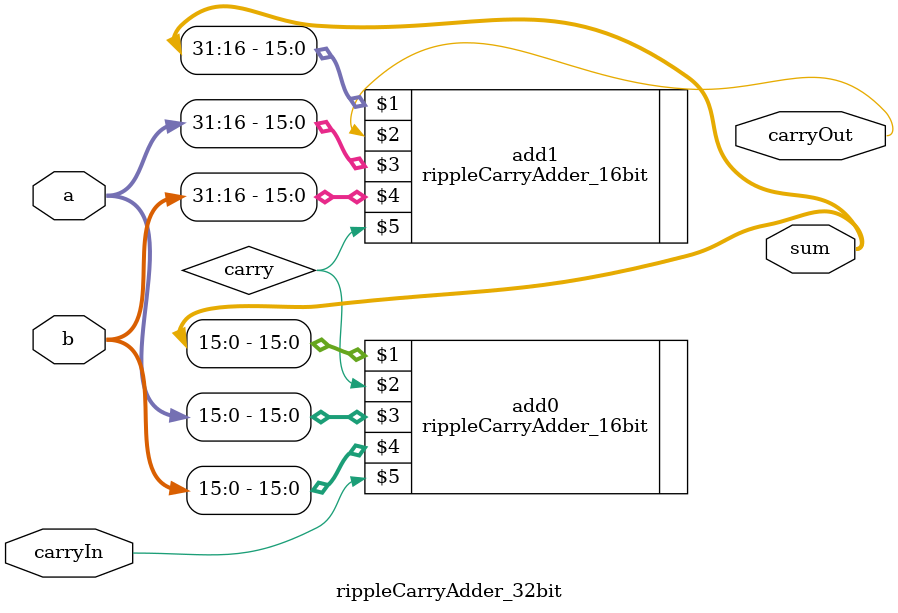
<source format=v>
/*
 * Assignment	  : 1
 * Problem No.	: 1
 * Semester		  : Autumn 2021
 * Group 		    : 46
 * Name1 		    : Neha Dalmia
 * RollNumber1 	: 19CS30055
 * Name2 		    : Rajat Bachhawat
 * RollNumber2 	: 19CS10073
 */

`timescale 1ns / 1ps

// Ripple carry adder (32-bit) implementation (using two 16-bit RCA)
module rippleCarryAdder_32bit (
  output[31:0] sum, // 32 bit output sum
  output carryOut,	// most significant carry bit
  input[31:0] a,	// 32 bit input a
  input[31:0] b,	// 32 bit input b
  input carryIn	// carryIn
  );

  wire carry;		// wire to store the intermediate carry 
  
  /* 
  Logic
  We use two 16-bit RCAs to make a 32-bit RCA.
  Rightmost 16 input bits and input carry are passed on to RCA #1.
  The carry generated from RCA #1 is passed on to RCA #2 along with the leftmost 16 input bits.
  */
  
  rippleCarryAdder_16bit add0 (sum[15:0], carry, a[15:0], b[15:0], carryIn);        // 0 to 15th bits of the inputs added, carry generated for next 16 bits
  rippleCarryAdder_16bit add1 (sum[31:16], carryOut, a[31:16], b[31:16], carry);    // carry generated previosuly passed as input carry,  16th to 31st bits of the inputs added. Final otuput carry generated.

endmodule // rippleCarryAdder_32bit
</source>
